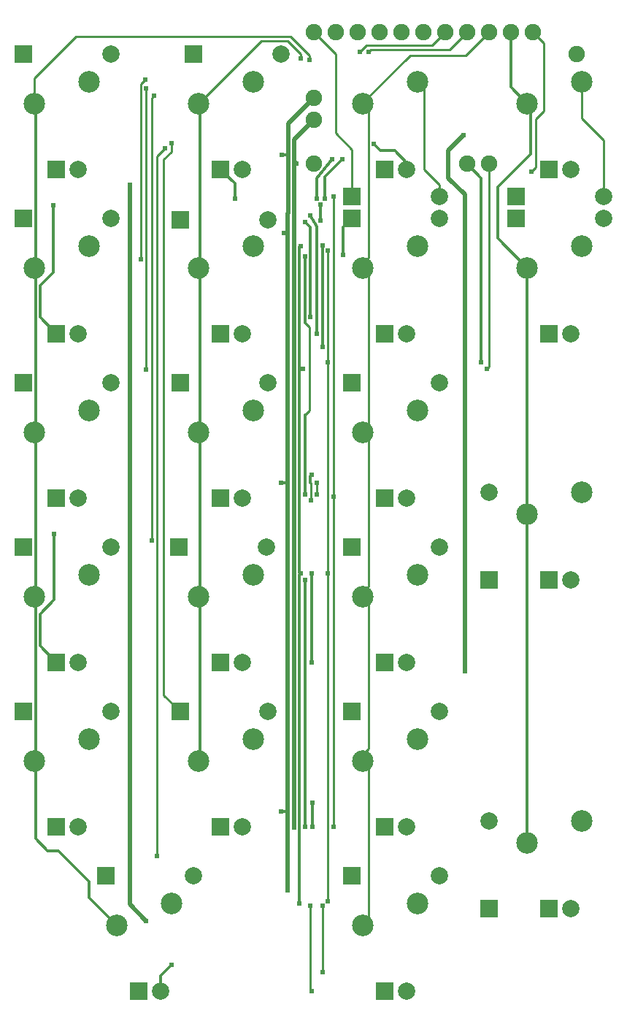
<source format=gtl>
G04 #@! TF.FileFunction,Copper,L1,Top,Signal*
%FSLAX46Y46*%
G04 Gerber Fmt 4.6, Leading zero omitted, Abs format (unit mm)*
G04 Created by KiCad (PCBNEW 4.0.2-stable) date Tuesday, March 29, 2016 'PMt' 06:01:04 PM*
%MOMM*%
G01*
G04 APERTURE LIST*
%ADD10C,0.100000*%
%ADD11C,1.998980*%
%ADD12R,1.998980X1.998980*%
%ADD13C,2.000000*%
%ADD14R,2.000000X2.000000*%
%ADD15C,2.500000*%
%ADD16C,1.900000*%
%ADD17C,0.609600*%
%ADD18C,0.254000*%
%ADD19C,0.304800*%
%ADD20C,0.508000*%
G04 APERTURE END LIST*
D10*
D11*
X64400000Y-24107460D03*
D12*
X54240000Y-24107460D03*
D11*
X84085000Y-24107460D03*
D12*
X73925000Y-24107460D03*
D11*
X102500000Y-40617460D03*
D12*
X92340000Y-40617460D03*
D11*
X121550000Y-40617460D03*
D12*
X111390000Y-40617460D03*
D11*
X64400000Y-43157460D03*
D12*
X54240000Y-43157460D03*
D11*
X82561000Y-43284460D03*
D12*
X72401000Y-43284460D03*
D11*
X102500000Y-43157460D03*
D12*
X92340000Y-43157460D03*
D11*
X121550000Y-43157460D03*
D12*
X111390000Y-43157460D03*
D11*
X64400000Y-62207460D03*
D12*
X54240000Y-62207460D03*
D11*
X82561000Y-62207460D03*
D12*
X72401000Y-62207460D03*
D11*
X102500000Y-62207460D03*
D12*
X92340000Y-62207460D03*
D11*
X64400000Y-81257460D03*
D12*
X54240000Y-81257460D03*
D11*
X82434000Y-81257460D03*
D12*
X72274000Y-81257460D03*
D11*
X102500000Y-81257460D03*
D12*
X92340000Y-81257460D03*
D11*
X108212460Y-74910000D03*
D12*
X108212460Y-85070000D03*
D11*
X64400000Y-100307460D03*
D12*
X54240000Y-100307460D03*
D11*
X82561000Y-100307460D03*
D12*
X72401000Y-100307460D03*
D11*
X102500000Y-100307460D03*
D12*
X92340000Y-100307460D03*
D11*
X73925000Y-119357460D03*
D12*
X63765000Y-119357460D03*
D11*
X102500000Y-119357460D03*
D12*
X92340000Y-119357460D03*
D11*
X108212460Y-113010000D03*
D12*
X108212460Y-123170000D03*
D13*
X117740000Y-123170000D03*
D14*
X115200000Y-123170000D03*
D15*
X119010000Y-113010000D03*
X112660000Y-115550000D03*
D13*
X117740000Y-85070000D03*
D14*
X115200000Y-85070000D03*
D15*
X119010000Y-74910000D03*
X112660000Y-77450000D03*
D13*
X98690000Y-113645000D03*
D14*
X96150000Y-113645000D03*
D15*
X99960000Y-103485000D03*
X93610000Y-106025000D03*
D13*
X98690000Y-132695000D03*
D14*
X96150000Y-132695000D03*
D15*
X99960000Y-122535000D03*
X93610000Y-125075000D03*
D13*
X79640000Y-113645000D03*
D14*
X77100000Y-113645000D03*
D15*
X80910000Y-103485000D03*
X74560000Y-106025000D03*
D13*
X60590000Y-113645000D03*
D14*
X58050000Y-113645000D03*
D15*
X61860000Y-103485000D03*
X55510000Y-106025000D03*
D13*
X98690000Y-94595000D03*
D14*
X96150000Y-94595000D03*
D15*
X99960000Y-84435000D03*
X93610000Y-86975000D03*
D13*
X79640000Y-94595000D03*
D14*
X77100000Y-94595000D03*
D15*
X80910000Y-84435000D03*
X74560000Y-86975000D03*
D13*
X60590000Y-94595000D03*
D14*
X58050000Y-94595000D03*
D15*
X61860000Y-84435000D03*
X55510000Y-86975000D03*
D13*
X98690000Y-75545000D03*
D14*
X96150000Y-75545000D03*
D15*
X99960000Y-65385000D03*
X93610000Y-67925000D03*
D13*
X79640000Y-75545000D03*
D14*
X77100000Y-75545000D03*
D15*
X80910000Y-65385000D03*
X74560000Y-67925000D03*
D13*
X60590000Y-75545000D03*
D14*
X58050000Y-75545000D03*
D15*
X61860000Y-65385000D03*
X55510000Y-67925000D03*
D13*
X117740000Y-56495000D03*
D14*
X115200000Y-56495000D03*
D15*
X119010000Y-46335000D03*
X112660000Y-48875000D03*
D13*
X98690000Y-56495000D03*
D14*
X96150000Y-56495000D03*
D15*
X99960000Y-46335000D03*
X93610000Y-48875000D03*
D13*
X60590000Y-56495000D03*
D14*
X58050000Y-56495000D03*
D15*
X61860000Y-46335000D03*
X55510000Y-48875000D03*
D13*
X117740000Y-37445000D03*
D14*
X115200000Y-37445000D03*
D15*
X119010000Y-27285000D03*
X112660000Y-29825000D03*
D13*
X98690000Y-37445000D03*
D14*
X96150000Y-37445000D03*
D15*
X99960000Y-27285000D03*
X93610000Y-29825000D03*
D13*
X79640000Y-37445000D03*
D14*
X77100000Y-37445000D03*
D15*
X80910000Y-27285000D03*
X74560000Y-29825000D03*
D13*
X60590000Y-37445000D03*
D14*
X58050000Y-37445000D03*
D15*
X61860000Y-27285000D03*
X55510000Y-29825000D03*
D13*
X79640000Y-56495000D03*
D14*
X77100000Y-56495000D03*
D15*
X80910000Y-46335000D03*
X74560000Y-48875000D03*
D13*
X70115000Y-132695000D03*
D14*
X67575000Y-132695000D03*
D15*
X71385000Y-122535000D03*
X65035000Y-125075000D03*
D16*
X105675000Y-36810000D03*
X118375000Y-24110000D03*
X87895000Y-29190000D03*
X87895000Y-31730000D03*
X108215000Y-36810000D03*
X87895000Y-36810000D03*
X87895000Y-21570000D03*
X90435000Y-21570000D03*
X92975000Y-21570000D03*
X95515000Y-21570000D03*
X98055000Y-21570000D03*
X100595000Y-21570000D03*
X103135000Y-21570000D03*
X105675000Y-21570000D03*
X108215000Y-21570000D03*
X110755000Y-21570000D03*
X113295000Y-21570000D03*
D17*
X91324000Y-47351000D03*
X68337000Y-27031000D03*
X67829000Y-47859000D03*
X69099000Y-80498000D03*
X69353000Y-28936000D03*
X71385000Y-34397000D03*
X69734000Y-117074000D03*
X70623000Y-35032000D03*
X87387000Y-24745000D03*
X93229000Y-23856000D03*
X86371000Y-24618000D03*
X94245000Y-23856000D03*
X78751000Y-40874000D03*
X94880000Y-34524000D03*
X89990500Y-36302000D03*
X88276000Y-40810500D03*
X91197000Y-36302000D03*
X89165000Y-40874000D03*
X105294000Y-33508000D03*
X68464000Y-124567000D03*
X105421000Y-58527000D03*
X105421000Y-77577000D03*
X105421000Y-95611000D03*
X66559000Y-111994000D03*
X66559000Y-92944000D03*
X66559000Y-73894000D03*
X66559000Y-54717000D03*
X66559000Y-39223000D03*
X113168000Y-37699000D03*
X90181000Y-113645000D03*
X90181000Y-75418000D03*
X90181000Y-40620000D03*
X84466000Y-44811000D03*
X84085000Y-111867000D03*
X84085000Y-73767000D03*
X84212000Y-35794000D03*
X84847000Y-121011000D03*
X84847000Y-82911000D03*
X68464000Y-28047000D03*
X68464000Y-60686000D03*
X88657000Y-41509000D03*
X88657000Y-43414000D03*
X57669000Y-41636000D03*
X88911000Y-58019000D03*
X88911000Y-46271500D03*
X87514000Y-42779000D03*
X88276000Y-56495000D03*
X86879000Y-43541000D03*
X87514000Y-54590000D03*
X87641000Y-72878000D03*
X87570000Y-75855000D03*
X88212500Y-75100500D03*
X88276000Y-73767000D03*
X57796000Y-79736000D03*
X87641000Y-94595000D03*
X87641000Y-84308000D03*
X87768000Y-110851000D03*
X87775412Y-113653401D03*
X88911000Y-122789000D03*
X88911000Y-130536000D03*
X71385000Y-129647000D03*
X87514000Y-122789000D03*
X87641000Y-132695000D03*
X89546000Y-59797000D03*
X107326000Y-59797000D03*
X89546000Y-122281000D03*
X89546000Y-46843000D03*
X89546000Y-84308000D03*
X86625000Y-60559000D03*
X107961000Y-60559000D03*
X86244000Y-122535000D03*
X86371000Y-46335000D03*
X86371000Y-84308000D03*
X85863000Y-36810000D03*
X85609000Y-113772000D03*
X85609000Y-75672000D03*
X86879000Y-75164000D03*
X86879000Y-47541500D03*
X86879000Y-85070000D03*
X86879000Y-113645000D03*
D18*
X87895000Y-21570000D02*
X90435000Y-24110000D01*
X92340000Y-35159000D02*
X92340000Y-40617460D01*
X90435000Y-33254000D02*
X92340000Y-35159000D01*
X90435000Y-24110000D02*
X90435000Y-33254000D01*
X102500000Y-40617460D02*
X102500000Y-39203968D01*
X102500000Y-39203968D02*
X100722000Y-37425968D01*
X100722000Y-37425968D02*
X100722000Y-28047000D01*
X100722000Y-28047000D02*
X99960000Y-27285000D01*
X119010000Y-27285000D02*
X119010000Y-31573030D01*
X119010000Y-31573030D02*
X121550000Y-34113030D01*
X121550000Y-34113030D02*
X121550000Y-39203968D01*
X121550000Y-39203968D02*
X121550000Y-40617460D01*
D19*
X91324000Y-44173460D02*
X92340000Y-43157460D01*
X91324000Y-47351000D02*
X91324000Y-44173460D01*
D18*
X68337000Y-27031000D02*
X67829000Y-27539000D01*
X67829000Y-27539000D02*
X67829000Y-47859000D01*
X69099000Y-29190000D02*
X69099000Y-80498000D01*
X69353000Y-28936000D02*
X69099000Y-29190000D01*
X70496000Y-98402460D02*
X72401000Y-100307460D01*
X70496000Y-36302000D02*
X70496000Y-98402460D01*
X71385000Y-35413000D02*
X70496000Y-36302000D01*
X71385000Y-34397000D02*
X71385000Y-35413000D01*
X69734000Y-113388460D02*
X69734000Y-117074000D01*
X69734000Y-35921000D02*
X69734000Y-113388460D01*
X70623000Y-35032000D02*
X69734000Y-35921000D01*
X93991000Y-23094000D02*
X93229000Y-23856000D01*
X87387000Y-24237000D02*
X85228000Y-22078000D01*
X87387000Y-24745000D02*
X87387000Y-24237000D01*
X55510000Y-29825000D02*
X55510000Y-26904000D01*
X55510000Y-26904000D02*
X60336000Y-22078000D01*
X60336000Y-22078000D02*
X85228000Y-22078000D01*
X101611000Y-23094000D02*
X103135000Y-21570000D01*
X93991000Y-23094000D02*
X101611000Y-23094000D01*
D19*
X55510000Y-29825000D02*
X55637000Y-29952000D01*
X55637000Y-29952000D02*
X55637000Y-48748000D01*
X55637000Y-48748000D02*
X55637000Y-67798000D01*
X55637000Y-67798000D02*
X55637000Y-86848000D01*
X55637000Y-86848000D02*
X55637000Y-105898000D01*
X55637000Y-105898000D02*
X55637000Y-115042000D01*
X55637000Y-115042000D02*
X57034000Y-116439000D01*
X57034000Y-116439000D02*
X58304000Y-116439000D01*
X58304000Y-116439000D02*
X61860000Y-119995000D01*
X61860000Y-119995000D02*
X61860000Y-121900000D01*
X61860000Y-121900000D02*
X65035000Y-125075000D01*
D18*
X94499000Y-23602000D02*
X94245000Y-23856000D01*
X86371000Y-24110000D02*
X84847000Y-22586000D01*
X84847000Y-22586000D02*
X81799000Y-22586000D01*
X81799000Y-22586000D02*
X74560000Y-29825000D01*
X86371000Y-24618000D02*
X86371000Y-24110000D01*
X105675000Y-21570000D02*
X103643000Y-23602000D01*
X103643000Y-23602000D02*
X94499000Y-23602000D01*
D19*
X74560000Y-29825000D02*
X74687000Y-29952000D01*
X74687000Y-29952000D02*
X74687000Y-48748000D01*
X74687000Y-48748000D02*
X74687000Y-67798000D01*
X74687000Y-67798000D02*
X74687000Y-86848000D01*
X74687000Y-86848000D02*
X74687000Y-105898000D01*
X74687000Y-105898000D02*
X74560000Y-106025000D01*
D18*
X93610000Y-67925000D02*
X94245000Y-67290000D01*
X94245000Y-67290000D02*
X94245000Y-49510000D01*
X94245000Y-49510000D02*
X93610000Y-48875000D01*
X93610000Y-48875000D02*
X93610000Y-48240000D01*
X93610000Y-48240000D02*
X93737000Y-48240000D01*
X93737000Y-48240000D02*
X94245000Y-47732000D01*
X94245000Y-47732000D02*
X94245000Y-30460000D01*
X94245000Y-30460000D02*
X93610000Y-29825000D01*
X93610000Y-29825000D02*
X93610000Y-29698000D01*
X93610000Y-29698000D02*
X99071000Y-24237000D01*
X99071000Y-24237000D02*
X105548000Y-24237000D01*
X105548000Y-24237000D02*
X108215000Y-21570000D01*
X93610000Y-125075000D02*
X94245000Y-124440000D01*
X94245000Y-124440000D02*
X94245000Y-106660000D01*
X94245000Y-106660000D02*
X93610000Y-106025000D01*
X93610000Y-106025000D02*
X93610000Y-105263000D01*
X93610000Y-105263000D02*
X94245000Y-104628000D01*
X94245000Y-104628000D02*
X94245000Y-87610000D01*
X94245000Y-87610000D02*
X93610000Y-86975000D01*
X93610000Y-86975000D02*
X93610000Y-86467000D01*
X93610000Y-86467000D02*
X94245000Y-85832000D01*
X94245000Y-85832000D02*
X94245000Y-68560000D01*
X94245000Y-68560000D02*
X93610000Y-67925000D01*
D19*
X112660000Y-77450000D02*
X112660000Y-115550000D01*
X112660000Y-29825000D02*
X113041000Y-30206000D01*
X113041000Y-30206000D02*
X113041000Y-35667000D01*
X109231000Y-45446000D02*
X112660000Y-48875000D01*
X109231000Y-39477000D02*
X109231000Y-45446000D01*
X113041000Y-35667000D02*
X109231000Y-39477000D01*
X112660000Y-48875000D02*
X112660000Y-77450000D01*
X110755000Y-21570000D02*
X110755000Y-27920000D01*
X110755000Y-27920000D02*
X112660000Y-29825000D01*
X78751000Y-39096000D02*
X77100000Y-37445000D01*
X78751000Y-40874000D02*
X78751000Y-39096000D01*
X98690000Y-36683000D02*
X98690000Y-37445000D01*
X97293000Y-35286000D02*
X98690000Y-36683000D01*
X94880000Y-34524000D02*
X95642000Y-35286000D01*
X95642000Y-35286000D02*
X97293000Y-35286000D01*
X88276000Y-38461000D02*
X89990500Y-36302000D01*
X88276000Y-40810500D02*
X88276000Y-38461000D01*
X89165000Y-38334000D02*
X91197000Y-36302000D01*
X89165000Y-40874000D02*
X89165000Y-38334000D01*
D20*
X105421000Y-58527000D02*
X105421000Y-40366000D01*
X103516000Y-35286000D02*
X105294000Y-33508000D01*
X103516000Y-38461000D02*
X103516000Y-35286000D01*
X105421000Y-40366000D02*
X103516000Y-38461000D01*
X66559000Y-111994000D02*
X66559000Y-122662000D01*
X66559000Y-122662000D02*
X68464000Y-124567000D01*
X105421000Y-77577000D02*
X105421000Y-58527000D01*
X105421000Y-95611000D02*
X105421000Y-77577000D01*
X66559000Y-92944000D02*
X66559000Y-111994000D01*
X66559000Y-73894000D02*
X66559000Y-92944000D01*
X66559000Y-54717000D02*
X66559000Y-73894000D01*
X66559000Y-39223000D02*
X66559000Y-54717000D01*
D18*
X114565000Y-22840000D02*
X113295000Y-21570000D01*
X114565000Y-30714000D02*
X114565000Y-22840000D01*
X113676000Y-31603000D02*
X114565000Y-30714000D01*
X113676000Y-37191000D02*
X113676000Y-31603000D01*
X113168000Y-37699000D02*
X113676000Y-37191000D01*
X90181000Y-75418000D02*
X90181000Y-113645000D01*
X90181000Y-40620000D02*
X90181000Y-75418000D01*
D20*
X84466000Y-44811000D02*
X84720000Y-44811000D01*
X84720000Y-44811000D02*
X84847000Y-44938000D01*
X84974000Y-42461500D02*
X84847000Y-42588500D01*
X84847000Y-44938000D02*
X84847000Y-73767000D01*
X84847000Y-42588500D02*
X84847000Y-44938000D01*
D19*
X84085000Y-111867000D02*
X84847000Y-111867000D01*
X84085000Y-73767000D02*
X84847000Y-73767000D01*
X84847000Y-73767000D02*
X84720000Y-73767000D01*
X84720000Y-73767000D02*
X84847000Y-73767000D01*
X84212000Y-35794000D02*
X84974000Y-35794000D01*
X84974000Y-35794000D02*
X84847000Y-35794000D01*
X84847000Y-35794000D02*
X84974000Y-35794000D01*
D20*
X84847000Y-82911000D02*
X84847000Y-111867000D01*
X84847000Y-111867000D02*
X84847000Y-121011000D01*
X84847000Y-73767000D02*
X84847000Y-82911000D01*
X87895000Y-29190000D02*
X84974000Y-32111000D01*
X84974000Y-32111000D02*
X84974000Y-35794000D01*
X84974000Y-35794000D02*
X84974000Y-42461500D01*
X84974000Y-42461500D02*
X84974000Y-42525000D01*
D18*
X68464000Y-28047000D02*
X68464000Y-60686000D01*
D19*
X88657000Y-43414000D02*
X88657000Y-41509000D01*
X57669000Y-41636000D02*
X57669000Y-49383000D01*
X57669000Y-49383000D02*
X56145000Y-50907000D01*
X56145000Y-50907000D02*
X56145000Y-54590000D01*
X56145000Y-54590000D02*
X58050000Y-56495000D01*
X88911000Y-58019000D02*
X88911000Y-46271500D01*
X87514000Y-42779000D02*
X88276000Y-44049000D01*
X88276000Y-44049000D02*
X88276000Y-56495000D01*
X86879000Y-43541000D02*
X87514000Y-44176000D01*
X87514000Y-44176000D02*
X87514000Y-54590000D01*
X87514000Y-73005000D02*
X87514000Y-73767000D01*
X87641000Y-72878000D02*
X87514000Y-73005000D01*
D18*
X87570000Y-73823000D02*
X87514000Y-73767000D01*
X87570000Y-73823000D02*
X87570000Y-75855000D01*
X88220000Y-73823000D02*
X88276000Y-73767000D01*
X88220000Y-73823000D02*
X88212500Y-75100500D01*
D19*
X57796000Y-79736000D02*
X57796000Y-87356000D01*
X57796000Y-87356000D02*
X56145000Y-89007000D01*
X56145000Y-89007000D02*
X56145000Y-92690000D01*
X56145000Y-92690000D02*
X58050000Y-94595000D01*
X87641000Y-84308000D02*
X87641000Y-94595000D01*
X87768000Y-110851000D02*
X87768000Y-111613000D01*
X87768000Y-111613000D02*
X87775412Y-111620412D01*
X87775412Y-111620412D02*
X87775412Y-113653401D01*
D18*
X88911000Y-130536000D02*
X88911000Y-122789000D01*
D19*
X70115000Y-132695000D02*
X70115000Y-130917000D01*
X70115000Y-130917000D02*
X71385000Y-129647000D01*
D18*
X87514000Y-132568000D02*
X87514000Y-122789000D01*
X87641000Y-132695000D02*
X87514000Y-132568000D01*
D19*
X105675000Y-36810000D02*
X107326000Y-38461000D01*
X107326000Y-59797000D02*
X107326000Y-38461000D01*
D18*
X89546000Y-84308000D02*
X89546000Y-122281000D01*
X89546000Y-46843000D02*
X89546000Y-59797000D01*
X89546000Y-59797000D02*
X89546000Y-84308000D01*
X86625000Y-60559000D02*
X86244000Y-60559000D01*
X108215000Y-36810000D02*
X108215000Y-60305000D01*
X108215000Y-60305000D02*
X107961000Y-60559000D01*
D19*
X86371000Y-84308000D02*
X86244000Y-84435000D01*
X86244000Y-84435000D02*
X86244000Y-122535000D01*
X86244000Y-46462000D02*
X86244000Y-60559000D01*
X86371000Y-46335000D02*
X86244000Y-46462000D01*
X86244000Y-84181000D02*
X86371000Y-84308000D01*
X86244000Y-60559000D02*
X86244000Y-84181000D01*
D20*
X85672500Y-36619500D02*
X85634402Y-36581402D01*
X85863000Y-36810000D02*
X85672500Y-36619500D01*
X85609000Y-75672000D02*
X85609000Y-113772000D01*
X85634402Y-37572000D02*
X85634402Y-75646598D01*
X85634402Y-36581402D02*
X85634402Y-37572000D01*
X85634402Y-75646598D02*
X85609000Y-75672000D01*
X87895000Y-31730000D02*
X85634402Y-33990598D01*
X85634402Y-33990598D02*
X85634402Y-36581402D01*
D18*
X86879000Y-55225000D02*
X87387000Y-55733000D01*
X87387000Y-65385000D02*
X86879000Y-65893000D01*
X87387000Y-55733000D02*
X87387000Y-65385000D01*
D19*
X86879000Y-47541500D02*
X86879000Y-55225000D01*
X86879000Y-65893000D02*
X86879000Y-75164000D01*
X86879000Y-113645000D02*
X86879000Y-85070000D01*
M02*

</source>
